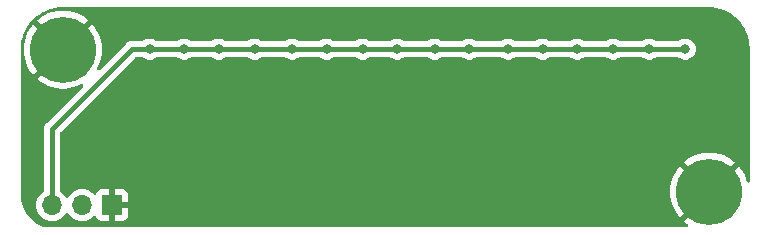
<source format=gbr>
%TF.GenerationSoftware,KiCad,Pcbnew,(7.99.0-267-g8440d7258b)*%
%TF.CreationDate,2023-05-05T19:34:04-07:00*%
%TF.ProjectId,1_2og_lightbar,315f326f-675f-46c6-9967-68746261722e,rev?*%
%TF.SameCoordinates,Original*%
%TF.FileFunction,Copper,L2,Bot*%
%TF.FilePolarity,Positive*%
%FSLAX46Y46*%
G04 Gerber Fmt 4.6, Leading zero omitted, Abs format (unit mm)*
G04 Created by KiCad (PCBNEW (7.99.0-267-g8440d7258b)) date 2023-05-05 19:34:04*
%MOMM*%
%LPD*%
G01*
G04 APERTURE LIST*
%TA.AperFunction,ComponentPad*%
%ADD10C,3.600000*%
%TD*%
%TA.AperFunction,ConnectorPad*%
%ADD11C,5.600000*%
%TD*%
%TA.AperFunction,ComponentPad*%
%ADD12R,1.700000X1.700000*%
%TD*%
%TA.AperFunction,ComponentPad*%
%ADD13O,1.700000X1.700000*%
%TD*%
%TA.AperFunction,ViaPad*%
%ADD14C,0.800000*%
%TD*%
%TA.AperFunction,Conductor*%
%ADD15C,0.381000*%
%TD*%
G04 APERTURE END LIST*
D10*
%TO.P,H2,1,1*%
%TO.N,GND*%
X77597000Y-32385000D03*
D11*
X77597000Y-32385000D03*
%TD*%
D12*
%TO.P,J1,1,Pin_1*%
%TO.N,GND*%
X27050999Y-33527999D03*
D13*
%TO.P,J1,2,Pin_2*%
%TO.N,LIGHTBAR_RGB_OUT*%
X24510999Y-33527999D03*
%TO.P,J1,3,Pin_3*%
%TO.N,+5V*%
X21970999Y-33527999D03*
%TD*%
D10*
%TO.P,H1,1,1*%
%TO.N,GND*%
X22879961Y-20362871D03*
D11*
X22879961Y-20362871D03*
%TD*%
D14*
%TO.N,+5V*%
X57277000Y-20320000D03*
X45212000Y-20320000D03*
X42291000Y-20320000D03*
X63500000Y-20320000D03*
X36068000Y-20320000D03*
X51181000Y-20320000D03*
X39116000Y-20320000D03*
X48260000Y-20320000D03*
X30226000Y-20320000D03*
X33147000Y-20320000D03*
X54356000Y-20320000D03*
X72517000Y-20320000D03*
X60579000Y-20320000D03*
X66421000Y-20320000D03*
X69469000Y-20320000D03*
X75565000Y-20320000D03*
%TO.N,GND*%
X56035000Y-21692000D03*
X67564000Y-25908000D03*
X43180000Y-25908000D03*
X68227000Y-21692000D03*
X49276000Y-25908000D03*
X77371000Y-21692000D03*
X64516000Y-25908000D03*
X40132000Y-25908000D03*
X52987000Y-21692000D03*
X62131000Y-21692000D03*
X70612000Y-25908000D03*
X37084000Y-25908000D03*
X58420000Y-25908000D03*
X46891000Y-21692000D03*
X43843000Y-21692000D03*
X37747000Y-21692000D03*
X76708000Y-25908000D03*
X49939000Y-21692000D03*
X40795000Y-21692000D03*
X31623000Y-21717000D03*
X30988000Y-25908000D03*
X65179000Y-21692000D03*
X61468000Y-25908000D03*
X71275000Y-21692000D03*
X55372000Y-25908000D03*
X74323000Y-21692000D03*
X46228000Y-25908000D03*
X34036000Y-25908000D03*
X34699000Y-21692000D03*
X59083000Y-21692000D03*
X73660000Y-25908000D03*
X52324000Y-25908000D03*
%TD*%
D15*
%TO.N,+5V*%
X21971000Y-27051000D02*
X21971000Y-33528000D01*
X66421000Y-20320000D02*
X69469000Y-20320000D01*
X39116000Y-20320000D02*
X42291000Y-20320000D01*
X30226000Y-20320000D02*
X28702000Y-20320000D01*
X63500000Y-20320000D02*
X66421000Y-20320000D01*
X28702000Y-20320000D02*
X21971000Y-27051000D01*
X36068000Y-20320000D02*
X39116000Y-20320000D01*
X60579000Y-20320000D02*
X63500000Y-20320000D01*
X51181000Y-20320000D02*
X54356000Y-20320000D01*
X54356000Y-20320000D02*
X57277000Y-20320000D01*
X42291000Y-20320000D02*
X45212000Y-20320000D01*
X33147000Y-20320000D02*
X36068000Y-20320000D01*
X69469000Y-20320000D02*
X72517000Y-20320000D01*
X48260000Y-20320000D02*
X51181000Y-20320000D01*
X72517000Y-20320000D02*
X75565000Y-20320000D01*
X57277000Y-20320000D02*
X60579000Y-20320000D01*
X30226000Y-20320000D02*
X33147000Y-20320000D01*
X45212000Y-20320000D02*
X48260000Y-20320000D01*
%TD*%
%TA.AperFunction,Conductor*%
%TO.N,GND*%
G36*
X77600032Y-16764648D02*
G01*
X77749447Y-16771989D01*
X77933466Y-16781633D01*
X77945133Y-16782801D01*
X78108636Y-16807054D01*
X78109669Y-16807213D01*
X78277572Y-16833807D01*
X78288263Y-16835988D01*
X78451273Y-16876819D01*
X78452922Y-16877246D01*
X78614599Y-16920567D01*
X78624237Y-16923578D01*
X78783374Y-16980518D01*
X78786013Y-16981497D01*
X78806242Y-16989262D01*
X78941042Y-17041007D01*
X78949610Y-17044672D01*
X79102905Y-17117176D01*
X79106182Y-17118785D01*
X79131363Y-17131615D01*
X79253602Y-17193898D01*
X79261027Y-17198009D01*
X79344219Y-17247872D01*
X79406767Y-17285362D01*
X79410553Y-17287725D01*
X79549020Y-17377646D01*
X79555348Y-17382040D01*
X79692018Y-17483403D01*
X79696128Y-17486588D01*
X79824328Y-17590403D01*
X79829533Y-17594863D01*
X79925265Y-17681629D01*
X79955651Y-17709169D01*
X79960059Y-17713366D01*
X80076632Y-17829939D01*
X80080829Y-17834347D01*
X80195131Y-17960460D01*
X80199601Y-17965677D01*
X80303400Y-18093858D01*
X80306607Y-18097994D01*
X80340416Y-18143580D01*
X80407955Y-18234646D01*
X80412352Y-18240978D01*
X80502273Y-18379445D01*
X80504636Y-18383231D01*
X80591978Y-18528951D01*
X80596105Y-18536406D01*
X80671213Y-18683816D01*
X80672822Y-18687093D01*
X80745326Y-18840388D01*
X80748996Y-18848968D01*
X80808501Y-19003985D01*
X80809488Y-19006647D01*
X80866414Y-19165743D01*
X80869438Y-19175424D01*
X80912708Y-19336909D01*
X80913217Y-19338874D01*
X80954006Y-19501715D01*
X80956195Y-19512446D01*
X80982771Y-19680242D01*
X80982956Y-19681445D01*
X81007195Y-19844846D01*
X81008367Y-19856552D01*
X81017989Y-20040170D01*
X81017886Y-20040175D01*
X81018011Y-20040574D01*
X81025351Y-20189967D01*
X81025500Y-20196052D01*
X81025500Y-31488086D01*
X81011575Y-31545177D01*
X80972929Y-31589446D01*
X80918240Y-31610951D01*
X80859791Y-31604861D01*
X80810710Y-31572545D01*
X80782020Y-31521259D01*
X80728850Y-31329758D01*
X80596398Y-30997329D01*
X80428781Y-30681170D01*
X80227968Y-30384995D01*
X80100557Y-30234995D01*
X80100556Y-30234994D01*
X77597000Y-32738553D01*
X75444255Y-34891295D01*
X75444256Y-34891296D01*
X75457485Y-34903828D01*
X75742363Y-35120386D01*
X75798646Y-35154250D01*
X75842988Y-35200057D01*
X75858710Y-35261843D01*
X75841654Y-35323274D01*
X75796329Y-35368110D01*
X75734717Y-35384500D01*
X21359651Y-35384500D01*
X21314178Y-35375861D01*
X21245260Y-35348695D01*
X21244673Y-35348462D01*
X21030484Y-35262770D01*
X21018783Y-35257367D01*
X20895310Y-35192369D01*
X20893684Y-35191498D01*
X20730590Y-35102519D01*
X20720613Y-35096450D01*
X20596590Y-35012754D01*
X20594064Y-35011003D01*
X20450886Y-34909126D01*
X20442651Y-34902727D01*
X20325433Y-34803448D01*
X20322200Y-34800612D01*
X20195021Y-34685083D01*
X20188433Y-34678635D01*
X20082063Y-34566494D01*
X20081431Y-34565827D01*
X20077749Y-34561768D01*
X19966273Y-34433212D01*
X19961239Y-34427014D01*
X19866701Y-34302630D01*
X19862758Y-34297138D01*
X19861613Y-34295448D01*
X19767606Y-34156660D01*
X19763983Y-34150984D01*
X19683551Y-34017050D01*
X19679660Y-34010071D01*
X19601655Y-33858897D01*
X19599228Y-33853925D01*
X19564247Y-33778000D01*
X19534176Y-33712730D01*
X19530632Y-33704218D01*
X19470516Y-33543219D01*
X19469090Y-33539189D01*
X19465349Y-33527999D01*
X20615340Y-33527999D01*
X20635936Y-33763407D01*
X20661523Y-33858897D01*
X20697097Y-33991663D01*
X20796965Y-34205830D01*
X20932505Y-34399401D01*
X21099599Y-34566495D01*
X21293170Y-34702035D01*
X21507337Y-34801903D01*
X21735592Y-34863063D01*
X21971000Y-34883659D01*
X22206408Y-34863063D01*
X22434663Y-34801903D01*
X22648830Y-34702035D01*
X22842401Y-34566495D01*
X23009495Y-34399401D01*
X23139426Y-34213839D01*
X23183743Y-34174975D01*
X23241000Y-34160964D01*
X23298257Y-34174975D01*
X23342573Y-34213839D01*
X23472505Y-34399401D01*
X23639599Y-34566495D01*
X23833170Y-34702035D01*
X24047337Y-34801903D01*
X24275592Y-34863063D01*
X24511000Y-34883659D01*
X24746408Y-34863063D01*
X24974663Y-34801903D01*
X25188830Y-34702035D01*
X25382401Y-34566495D01*
X25504717Y-34444178D01*
X25557460Y-34412885D01*
X25618752Y-34410696D01*
X25673597Y-34438149D01*
X25708577Y-34488528D01*
X25757647Y-34620088D01*
X25843811Y-34735188D01*
X25958910Y-34821352D01*
X26093624Y-34871597D01*
X26153176Y-34878000D01*
X26801000Y-34878000D01*
X26801000Y-33778000D01*
X27301000Y-33778000D01*
X27301000Y-34878000D01*
X27948824Y-34878000D01*
X28008375Y-34871597D01*
X28143089Y-34821352D01*
X28258188Y-34735188D01*
X28344352Y-34620089D01*
X28394597Y-34485375D01*
X28401000Y-34425824D01*
X28401000Y-33778000D01*
X27301000Y-33778000D01*
X26801000Y-33778000D01*
X26801000Y-32178000D01*
X27301000Y-32178000D01*
X27301000Y-33278000D01*
X28401000Y-33278000D01*
X28401000Y-32630176D01*
X28394597Y-32570624D01*
X28344352Y-32435910D01*
X28306240Y-32385000D01*
X74292152Y-32385000D01*
X74311525Y-32742310D01*
X74369419Y-33095451D01*
X74465149Y-33440241D01*
X74597601Y-33772670D01*
X74765218Y-34088829D01*
X74966031Y-34385004D01*
X75093441Y-34535003D01*
X75093442Y-34535004D01*
X77243447Y-32385001D01*
X77243447Y-32384999D01*
X75093442Y-30234994D01*
X75093441Y-30234995D01*
X74966030Y-30384995D01*
X74765218Y-30681170D01*
X74597601Y-30997329D01*
X74465149Y-31329758D01*
X74369419Y-31674548D01*
X74311525Y-32027689D01*
X74292152Y-32385000D01*
X28306240Y-32385000D01*
X28258188Y-32320811D01*
X28143089Y-32234647D01*
X28008375Y-32184402D01*
X27948824Y-32178000D01*
X27301000Y-32178000D01*
X26801000Y-32178000D01*
X26153176Y-32178000D01*
X26093624Y-32184402D01*
X25958910Y-32234647D01*
X25843811Y-32320811D01*
X25757646Y-32435913D01*
X25708576Y-32567472D01*
X25673597Y-32617850D01*
X25618753Y-32645303D01*
X25557460Y-32643114D01*
X25504714Y-32611818D01*
X25382404Y-32489508D01*
X25382403Y-32489507D01*
X25382401Y-32489505D01*
X25188830Y-32353965D01*
X24974663Y-32254097D01*
X24902074Y-32234647D01*
X24746407Y-32192936D01*
X24511000Y-32172340D01*
X24275592Y-32192936D01*
X24047336Y-32254097D01*
X23833170Y-32353965D01*
X23639598Y-32489505D01*
X23472505Y-32656598D01*
X23342575Y-32842159D01*
X23298257Y-32881025D01*
X23241000Y-32895036D01*
X23183743Y-32881025D01*
X23139425Y-32842159D01*
X23069510Y-32742310D01*
X23009495Y-32656599D01*
X22842401Y-32489505D01*
X22714876Y-32400211D01*
X22676011Y-32355894D01*
X22662000Y-32298637D01*
X22662000Y-29878703D01*
X75444255Y-29878703D01*
X77597000Y-32031447D01*
X77597001Y-32031447D01*
X79749743Y-29878703D01*
X79749742Y-29878702D01*
X79736514Y-29866171D01*
X79451636Y-29649613D01*
X79145015Y-29465126D01*
X78820253Y-29314875D01*
X78481140Y-29200614D01*
X78131664Y-29123689D01*
X77775922Y-29085000D01*
X77418078Y-29085000D01*
X77062335Y-29123689D01*
X76712859Y-29200614D01*
X76373746Y-29314875D01*
X76048984Y-29465126D01*
X75742363Y-29649613D01*
X75457486Y-29866170D01*
X75444256Y-29878702D01*
X75444255Y-29878703D01*
X22662000Y-29878703D01*
X22662000Y-27388584D01*
X22671439Y-27341131D01*
X22698319Y-27300903D01*
X28951903Y-21047319D01*
X28992131Y-21020439D01*
X29039584Y-21011000D01*
X29604768Y-21011000D01*
X29643086Y-21017069D01*
X29677652Y-21034681D01*
X29773270Y-21104151D01*
X29773271Y-21104151D01*
X29773272Y-21104152D01*
X29946197Y-21181144D01*
X30131352Y-21220500D01*
X30131354Y-21220500D01*
X30320646Y-21220500D01*
X30320648Y-21220500D01*
X30444083Y-21194262D01*
X30505803Y-21181144D01*
X30678730Y-21104151D01*
X30774347Y-21034681D01*
X30808914Y-21017069D01*
X30847232Y-21011000D01*
X32525768Y-21011000D01*
X32564086Y-21017069D01*
X32598652Y-21034681D01*
X32694270Y-21104151D01*
X32694271Y-21104151D01*
X32694272Y-21104152D01*
X32867197Y-21181144D01*
X33052352Y-21220500D01*
X33052354Y-21220500D01*
X33241646Y-21220500D01*
X33241648Y-21220500D01*
X33365083Y-21194262D01*
X33426803Y-21181144D01*
X33599730Y-21104151D01*
X33695347Y-21034681D01*
X33729914Y-21017069D01*
X33768232Y-21011000D01*
X35446768Y-21011000D01*
X35485086Y-21017069D01*
X35519652Y-21034681D01*
X35615270Y-21104151D01*
X35615271Y-21104151D01*
X35615272Y-21104152D01*
X35788197Y-21181144D01*
X35973352Y-21220500D01*
X35973354Y-21220500D01*
X36162646Y-21220500D01*
X36162648Y-21220500D01*
X36286084Y-21194262D01*
X36347803Y-21181144D01*
X36520730Y-21104151D01*
X36616347Y-21034681D01*
X36650914Y-21017069D01*
X36689232Y-21011000D01*
X38494768Y-21011000D01*
X38533086Y-21017069D01*
X38567652Y-21034681D01*
X38663270Y-21104151D01*
X38663271Y-21104151D01*
X38663272Y-21104152D01*
X38836197Y-21181144D01*
X39021352Y-21220500D01*
X39021354Y-21220500D01*
X39210646Y-21220500D01*
X39210648Y-21220500D01*
X39334084Y-21194262D01*
X39395803Y-21181144D01*
X39568730Y-21104151D01*
X39664347Y-21034681D01*
X39698914Y-21017069D01*
X39737232Y-21011000D01*
X41669768Y-21011000D01*
X41708086Y-21017069D01*
X41742652Y-21034681D01*
X41838270Y-21104151D01*
X41838271Y-21104151D01*
X41838272Y-21104152D01*
X42011197Y-21181144D01*
X42196352Y-21220500D01*
X42196354Y-21220500D01*
X42385646Y-21220500D01*
X42385648Y-21220500D01*
X42509084Y-21194262D01*
X42570803Y-21181144D01*
X42743730Y-21104151D01*
X42839347Y-21034681D01*
X42873914Y-21017069D01*
X42912232Y-21011000D01*
X44590768Y-21011000D01*
X44629086Y-21017069D01*
X44663652Y-21034681D01*
X44759270Y-21104151D01*
X44759271Y-21104151D01*
X44759272Y-21104152D01*
X44932197Y-21181144D01*
X45117352Y-21220500D01*
X45117354Y-21220500D01*
X45306646Y-21220500D01*
X45306648Y-21220500D01*
X45430084Y-21194262D01*
X45491803Y-21181144D01*
X45664730Y-21104151D01*
X45760347Y-21034681D01*
X45794914Y-21017069D01*
X45833232Y-21011000D01*
X47638768Y-21011000D01*
X47677086Y-21017069D01*
X47711652Y-21034681D01*
X47807270Y-21104151D01*
X47807271Y-21104151D01*
X47807272Y-21104152D01*
X47980197Y-21181144D01*
X48165352Y-21220500D01*
X48165354Y-21220500D01*
X48354646Y-21220500D01*
X48354648Y-21220500D01*
X48478084Y-21194262D01*
X48539803Y-21181144D01*
X48712730Y-21104151D01*
X48808347Y-21034681D01*
X48842914Y-21017069D01*
X48881232Y-21011000D01*
X50559768Y-21011000D01*
X50598086Y-21017069D01*
X50632652Y-21034681D01*
X50728270Y-21104151D01*
X50728271Y-21104151D01*
X50728272Y-21104152D01*
X50901197Y-21181144D01*
X51086352Y-21220500D01*
X51086354Y-21220500D01*
X51275646Y-21220500D01*
X51275648Y-21220500D01*
X51399084Y-21194262D01*
X51460803Y-21181144D01*
X51633730Y-21104151D01*
X51729347Y-21034681D01*
X51763914Y-21017069D01*
X51802232Y-21011000D01*
X53734768Y-21011000D01*
X53773086Y-21017069D01*
X53807652Y-21034681D01*
X53903270Y-21104151D01*
X53903271Y-21104151D01*
X53903272Y-21104152D01*
X54076197Y-21181144D01*
X54261352Y-21220500D01*
X54261354Y-21220500D01*
X54450646Y-21220500D01*
X54450648Y-21220500D01*
X54574084Y-21194262D01*
X54635803Y-21181144D01*
X54808730Y-21104151D01*
X54904347Y-21034681D01*
X54938914Y-21017069D01*
X54977232Y-21011000D01*
X56655768Y-21011000D01*
X56694086Y-21017069D01*
X56728652Y-21034681D01*
X56824270Y-21104151D01*
X56824271Y-21104151D01*
X56824272Y-21104152D01*
X56997197Y-21181144D01*
X57182352Y-21220500D01*
X57182354Y-21220500D01*
X57371646Y-21220500D01*
X57371648Y-21220500D01*
X57495084Y-21194262D01*
X57556803Y-21181144D01*
X57729730Y-21104151D01*
X57825347Y-21034681D01*
X57859914Y-21017069D01*
X57898232Y-21011000D01*
X59957768Y-21011000D01*
X59996086Y-21017069D01*
X60030652Y-21034681D01*
X60126270Y-21104151D01*
X60126271Y-21104151D01*
X60126272Y-21104152D01*
X60299197Y-21181144D01*
X60484352Y-21220500D01*
X60484354Y-21220500D01*
X60673646Y-21220500D01*
X60673648Y-21220500D01*
X60797084Y-21194262D01*
X60858803Y-21181144D01*
X61031730Y-21104151D01*
X61127347Y-21034681D01*
X61161914Y-21017069D01*
X61200232Y-21011000D01*
X62878768Y-21011000D01*
X62917086Y-21017069D01*
X62951652Y-21034681D01*
X63047270Y-21104151D01*
X63047271Y-21104151D01*
X63047272Y-21104152D01*
X63220197Y-21181144D01*
X63405352Y-21220500D01*
X63405354Y-21220500D01*
X63594646Y-21220500D01*
X63594648Y-21220500D01*
X63718084Y-21194262D01*
X63779803Y-21181144D01*
X63952730Y-21104151D01*
X64048347Y-21034681D01*
X64082914Y-21017069D01*
X64121232Y-21011000D01*
X65799768Y-21011000D01*
X65838086Y-21017069D01*
X65872652Y-21034681D01*
X65968270Y-21104151D01*
X65968271Y-21104151D01*
X65968272Y-21104152D01*
X66141197Y-21181144D01*
X66326352Y-21220500D01*
X66326354Y-21220500D01*
X66515646Y-21220500D01*
X66515648Y-21220500D01*
X66639084Y-21194262D01*
X66700803Y-21181144D01*
X66873730Y-21104151D01*
X66969347Y-21034681D01*
X67003914Y-21017069D01*
X67042232Y-21011000D01*
X68847768Y-21011000D01*
X68886086Y-21017069D01*
X68920652Y-21034681D01*
X69016270Y-21104151D01*
X69016271Y-21104151D01*
X69016272Y-21104152D01*
X69189197Y-21181144D01*
X69374352Y-21220500D01*
X69374354Y-21220500D01*
X69563646Y-21220500D01*
X69563648Y-21220500D01*
X69687084Y-21194262D01*
X69748803Y-21181144D01*
X69921730Y-21104151D01*
X70017347Y-21034681D01*
X70051914Y-21017069D01*
X70090232Y-21011000D01*
X71895768Y-21011000D01*
X71934086Y-21017069D01*
X71968652Y-21034681D01*
X72064270Y-21104151D01*
X72064271Y-21104151D01*
X72064272Y-21104152D01*
X72237197Y-21181144D01*
X72422352Y-21220500D01*
X72422354Y-21220500D01*
X72611646Y-21220500D01*
X72611648Y-21220500D01*
X72735084Y-21194262D01*
X72796803Y-21181144D01*
X72969730Y-21104151D01*
X73065347Y-21034681D01*
X73099914Y-21017069D01*
X73138232Y-21011000D01*
X74943768Y-21011000D01*
X74982086Y-21017069D01*
X75016652Y-21034681D01*
X75112270Y-21104151D01*
X75112271Y-21104151D01*
X75112272Y-21104152D01*
X75285197Y-21181144D01*
X75470352Y-21220500D01*
X75470354Y-21220500D01*
X75659646Y-21220500D01*
X75659648Y-21220500D01*
X75783084Y-21194262D01*
X75844803Y-21181144D01*
X76017730Y-21104151D01*
X76170871Y-20992888D01*
X76297533Y-20852216D01*
X76392179Y-20688284D01*
X76450674Y-20508256D01*
X76470460Y-20320000D01*
X76450674Y-20131744D01*
X76409674Y-20005560D01*
X76392179Y-19951715D01*
X76297533Y-19787783D01*
X76170870Y-19647110D01*
X76017730Y-19535848D01*
X75844802Y-19458855D01*
X75659648Y-19419500D01*
X75659646Y-19419500D01*
X75470354Y-19419500D01*
X75470352Y-19419500D01*
X75285197Y-19458855D01*
X75112272Y-19535847D01*
X75047511Y-19582898D01*
X75019703Y-19603103D01*
X75016654Y-19605318D01*
X74982086Y-19622931D01*
X74943768Y-19629000D01*
X73138232Y-19629000D01*
X73099914Y-19622931D01*
X73065346Y-19605318D01*
X73062297Y-19603103D01*
X72969730Y-19535849D01*
X72969729Y-19535848D01*
X72969727Y-19535847D01*
X72796802Y-19458855D01*
X72611648Y-19419500D01*
X72611646Y-19419500D01*
X72422354Y-19419500D01*
X72422352Y-19419500D01*
X72237197Y-19458855D01*
X72064272Y-19535847D01*
X71999511Y-19582898D01*
X71971703Y-19603103D01*
X71968654Y-19605318D01*
X71934086Y-19622931D01*
X71895768Y-19629000D01*
X70090232Y-19629000D01*
X70051914Y-19622931D01*
X70017346Y-19605318D01*
X70014297Y-19603103D01*
X69921730Y-19535849D01*
X69921729Y-19535848D01*
X69921727Y-19535847D01*
X69748802Y-19458855D01*
X69563648Y-19419500D01*
X69563646Y-19419500D01*
X69374354Y-19419500D01*
X69374352Y-19419500D01*
X69189197Y-19458855D01*
X69016272Y-19535847D01*
X68951511Y-19582898D01*
X68923703Y-19603103D01*
X68920654Y-19605318D01*
X68886086Y-19622931D01*
X68847768Y-19629000D01*
X67042232Y-19629000D01*
X67003914Y-19622931D01*
X66969346Y-19605318D01*
X66966297Y-19603103D01*
X66873730Y-19535849D01*
X66873729Y-19535848D01*
X66873727Y-19535847D01*
X66700802Y-19458855D01*
X66515648Y-19419500D01*
X66515646Y-19419500D01*
X66326354Y-19419500D01*
X66326352Y-19419500D01*
X66141197Y-19458855D01*
X65968272Y-19535847D01*
X65903511Y-19582898D01*
X65875703Y-19603103D01*
X65872654Y-19605318D01*
X65838086Y-19622931D01*
X65799768Y-19629000D01*
X64121232Y-19629000D01*
X64082914Y-19622931D01*
X64048346Y-19605318D01*
X64045297Y-19603103D01*
X63952730Y-19535849D01*
X63952729Y-19535848D01*
X63952727Y-19535847D01*
X63779802Y-19458855D01*
X63594648Y-19419500D01*
X63594646Y-19419500D01*
X63405354Y-19419500D01*
X63405352Y-19419500D01*
X63220197Y-19458855D01*
X63047272Y-19535847D01*
X62982511Y-19582898D01*
X62954703Y-19603103D01*
X62951654Y-19605318D01*
X62917086Y-19622931D01*
X62878768Y-19629000D01*
X61200232Y-19629000D01*
X61161914Y-19622931D01*
X61127346Y-19605318D01*
X61124297Y-19603103D01*
X61031730Y-19535849D01*
X61031729Y-19535848D01*
X61031727Y-19535847D01*
X60858802Y-19458855D01*
X60673648Y-19419500D01*
X60673646Y-19419500D01*
X60484354Y-19419500D01*
X60484352Y-19419500D01*
X60299197Y-19458855D01*
X60126272Y-19535847D01*
X60061511Y-19582898D01*
X60033703Y-19603103D01*
X60030654Y-19605318D01*
X59996086Y-19622931D01*
X59957768Y-19629000D01*
X57898232Y-19629000D01*
X57859914Y-19622931D01*
X57825346Y-19605318D01*
X57822297Y-19603103D01*
X57729730Y-19535849D01*
X57729729Y-19535848D01*
X57729727Y-19535847D01*
X57556802Y-19458855D01*
X57371648Y-19419500D01*
X57371646Y-19419500D01*
X57182354Y-19419500D01*
X57182352Y-19419500D01*
X56997197Y-19458855D01*
X56824272Y-19535847D01*
X56759511Y-19582898D01*
X56731703Y-19603103D01*
X56728654Y-19605318D01*
X56694086Y-19622931D01*
X56655768Y-19629000D01*
X54977232Y-19629000D01*
X54938914Y-19622931D01*
X54904346Y-19605318D01*
X54901297Y-19603103D01*
X54808730Y-19535849D01*
X54808729Y-19535848D01*
X54808727Y-19535847D01*
X54635802Y-19458855D01*
X54450648Y-19419500D01*
X54450646Y-19419500D01*
X54261354Y-19419500D01*
X54261352Y-19419500D01*
X54076197Y-19458855D01*
X53903272Y-19535847D01*
X53838511Y-19582898D01*
X53810703Y-19603103D01*
X53807654Y-19605318D01*
X53773086Y-19622931D01*
X53734768Y-19629000D01*
X51802232Y-19629000D01*
X51763914Y-19622931D01*
X51729346Y-19605318D01*
X51726297Y-19603103D01*
X51633730Y-19535849D01*
X51633729Y-19535848D01*
X51633727Y-19535847D01*
X51460802Y-19458855D01*
X51275648Y-19419500D01*
X51275646Y-19419500D01*
X51086354Y-19419500D01*
X51086352Y-19419500D01*
X50901197Y-19458855D01*
X50728272Y-19535847D01*
X50663511Y-19582898D01*
X50635703Y-19603103D01*
X50632654Y-19605318D01*
X50598086Y-19622931D01*
X50559768Y-19629000D01*
X48881232Y-19629000D01*
X48842914Y-19622931D01*
X48808346Y-19605318D01*
X48805297Y-19603103D01*
X48712730Y-19535849D01*
X48712729Y-19535848D01*
X48712727Y-19535847D01*
X48539802Y-19458855D01*
X48354648Y-19419500D01*
X48354646Y-19419500D01*
X48165354Y-19419500D01*
X48165352Y-19419500D01*
X47980197Y-19458855D01*
X47807272Y-19535847D01*
X47742511Y-19582898D01*
X47714703Y-19603103D01*
X47711654Y-19605318D01*
X47677086Y-19622931D01*
X47638768Y-19629000D01*
X45833232Y-19629000D01*
X45794914Y-19622931D01*
X45760346Y-19605318D01*
X45757297Y-19603103D01*
X45664730Y-19535849D01*
X45664729Y-19535848D01*
X45664727Y-19535847D01*
X45491802Y-19458855D01*
X45306648Y-19419500D01*
X45306646Y-19419500D01*
X45117354Y-19419500D01*
X45117352Y-19419500D01*
X44932197Y-19458855D01*
X44759272Y-19535847D01*
X44694511Y-19582898D01*
X44666703Y-19603103D01*
X44663654Y-19605318D01*
X44629086Y-19622931D01*
X44590768Y-19629000D01*
X42912232Y-19629000D01*
X42873914Y-19622931D01*
X42839346Y-19605318D01*
X42836297Y-19603103D01*
X42743730Y-19535849D01*
X42743729Y-19535848D01*
X42743727Y-19535847D01*
X42570802Y-19458855D01*
X42385648Y-19419500D01*
X42385646Y-19419500D01*
X42196354Y-19419500D01*
X42196352Y-19419500D01*
X42011197Y-19458855D01*
X41838272Y-19535847D01*
X41773511Y-19582898D01*
X41745703Y-19603103D01*
X41742654Y-19605318D01*
X41708086Y-19622931D01*
X41669768Y-19629000D01*
X39737232Y-19629000D01*
X39698914Y-19622931D01*
X39664346Y-19605318D01*
X39661297Y-19603103D01*
X39568730Y-19535849D01*
X39568729Y-19535848D01*
X39568727Y-19535847D01*
X39395802Y-19458855D01*
X39210648Y-19419500D01*
X39210646Y-19419500D01*
X39021354Y-19419500D01*
X39021352Y-19419500D01*
X38836197Y-19458855D01*
X38663272Y-19535847D01*
X38598511Y-19582898D01*
X38570703Y-19603103D01*
X38567654Y-19605318D01*
X38533086Y-19622931D01*
X38494768Y-19629000D01*
X36689232Y-19629000D01*
X36650914Y-19622931D01*
X36616346Y-19605318D01*
X36613297Y-19603103D01*
X36520730Y-19535849D01*
X36520729Y-19535848D01*
X36520727Y-19535847D01*
X36347802Y-19458855D01*
X36162648Y-19419500D01*
X36162646Y-19419500D01*
X35973354Y-19419500D01*
X35973352Y-19419500D01*
X35788197Y-19458855D01*
X35615272Y-19535847D01*
X35550511Y-19582898D01*
X35522703Y-19603103D01*
X35519654Y-19605318D01*
X35485086Y-19622931D01*
X35446768Y-19629000D01*
X33768232Y-19629000D01*
X33729914Y-19622931D01*
X33695346Y-19605318D01*
X33692297Y-19603103D01*
X33599730Y-19535849D01*
X33599729Y-19535848D01*
X33599727Y-19535847D01*
X33426802Y-19458855D01*
X33241648Y-19419500D01*
X33241646Y-19419500D01*
X33052354Y-19419500D01*
X33052352Y-19419500D01*
X32867197Y-19458855D01*
X32694272Y-19535847D01*
X32629511Y-19582898D01*
X32601703Y-19603103D01*
X32598654Y-19605318D01*
X32564086Y-19622931D01*
X32525768Y-19629000D01*
X30847232Y-19629000D01*
X30808914Y-19622931D01*
X30774346Y-19605318D01*
X30771297Y-19603103D01*
X30678730Y-19535849D01*
X30678729Y-19535848D01*
X30678727Y-19535847D01*
X30505802Y-19458855D01*
X30320648Y-19419500D01*
X30320646Y-19419500D01*
X30131354Y-19419500D01*
X30131352Y-19419500D01*
X29946197Y-19458855D01*
X29773272Y-19535847D01*
X29708511Y-19582898D01*
X29680703Y-19603103D01*
X29677654Y-19605318D01*
X29643086Y-19622931D01*
X29604768Y-19629000D01*
X28726625Y-19629000D01*
X28719138Y-19628774D01*
X28659969Y-19625194D01*
X28601668Y-19635878D01*
X28594268Y-19637004D01*
X28535417Y-19644151D01*
X28526203Y-19647645D01*
X28504604Y-19653666D01*
X28494916Y-19655441D01*
X28440865Y-19679768D01*
X28433956Y-19682630D01*
X28416684Y-19689181D01*
X28378515Y-19703657D01*
X28370415Y-19709248D01*
X28350876Y-19720268D01*
X28341897Y-19724309D01*
X28295237Y-19760863D01*
X28289211Y-19765297D01*
X28240418Y-19798979D01*
X28201105Y-19843352D01*
X28195973Y-19848803D01*
X25995488Y-22049288D01*
X25934463Y-22082708D01*
X25865046Y-22078001D01*
X25809091Y-22036648D01*
X25784216Y-21971670D01*
X25798252Y-21903524D01*
X25879359Y-21750541D01*
X26011811Y-21418112D01*
X26107541Y-21073322D01*
X26165435Y-20720181D01*
X26184808Y-20362870D01*
X26165435Y-20005560D01*
X26107541Y-19652419D01*
X26011811Y-19307629D01*
X25879359Y-18975200D01*
X25711742Y-18659041D01*
X25510929Y-18362866D01*
X25383518Y-18212866D01*
X25383517Y-18212865D01*
X22879961Y-20716424D01*
X20727216Y-22869166D01*
X20727217Y-22869167D01*
X20740446Y-22881699D01*
X21025324Y-23098257D01*
X21331945Y-23282744D01*
X21656707Y-23432995D01*
X21995820Y-23547256D01*
X22345296Y-23624181D01*
X22701039Y-23662871D01*
X23058883Y-23662871D01*
X23414625Y-23624181D01*
X23764101Y-23547256D01*
X24103210Y-23432997D01*
X24416975Y-23287833D01*
X24484450Y-23277333D01*
X24547251Y-23304147D01*
X24586335Y-23360143D01*
X24589847Y-23428339D01*
X24556723Y-23488053D01*
X21499804Y-26544972D01*
X21494352Y-26550104D01*
X21449980Y-26589415D01*
X21416298Y-26638212D01*
X21411861Y-26644243D01*
X21375312Y-26690894D01*
X21375312Y-26690895D01*
X21371269Y-26699875D01*
X21360252Y-26719409D01*
X21354656Y-26727515D01*
X21333632Y-26782950D01*
X21330768Y-26789864D01*
X21306441Y-26843917D01*
X21304666Y-26853604D01*
X21298645Y-26875203D01*
X21295153Y-26884413D01*
X21288006Y-26943266D01*
X21286879Y-26950668D01*
X21276195Y-27008971D01*
X21279774Y-27068139D01*
X21280000Y-27075626D01*
X21280000Y-32298637D01*
X21265989Y-32355894D01*
X21227123Y-32400212D01*
X21099598Y-32489505D01*
X20932505Y-32656598D01*
X20796965Y-32850170D01*
X20697097Y-33064336D01*
X20635936Y-33292592D01*
X20615340Y-33527999D01*
X19465349Y-33527999D01*
X19420384Y-33393507D01*
X19417503Y-33383508D01*
X19375988Y-33212650D01*
X19375327Y-33209774D01*
X19343608Y-33063522D01*
X19341674Y-33052011D01*
X19319525Y-32867327D01*
X19319366Y-32865912D01*
X19304791Y-32726935D01*
X19304118Y-32714087D01*
X19304032Y-32475892D01*
X19304336Y-32409608D01*
X19304500Y-32408803D01*
X19304500Y-32388731D01*
X19304723Y-32381299D01*
X19306634Y-32349464D01*
X19304500Y-32337753D01*
X19304500Y-20362870D01*
X19575113Y-20362870D01*
X19594486Y-20720181D01*
X19652380Y-21073322D01*
X19748110Y-21418112D01*
X19880562Y-21750541D01*
X20048179Y-22066700D01*
X20248992Y-22362875D01*
X20376402Y-22512874D01*
X20376403Y-22512875D01*
X22526408Y-20362872D01*
X22526408Y-20362870D01*
X20376403Y-18212865D01*
X20376402Y-18212866D01*
X20248991Y-18362866D01*
X20048179Y-18659041D01*
X19880562Y-18975200D01*
X19748110Y-19307629D01*
X19652380Y-19652419D01*
X19594486Y-20005560D01*
X19575113Y-20362870D01*
X19304500Y-20362870D01*
X19304500Y-20323051D01*
X19304649Y-20316967D01*
X19311997Y-20167381D01*
X19322308Y-19970655D01*
X19323475Y-19958997D01*
X19348408Y-19790914D01*
X19348465Y-19790542D01*
X19376458Y-19613801D01*
X19378633Y-19603137D01*
X19420702Y-19435191D01*
X19421163Y-19433412D01*
X19466469Y-19264327D01*
X19469489Y-19254663D01*
X19528275Y-19090367D01*
X19529237Y-19087767D01*
X19591413Y-18925793D01*
X19595077Y-18917229D01*
X19612226Y-18880970D01*
X19670045Y-18758721D01*
X19671562Y-18755631D01*
X19750031Y-18601629D01*
X19754109Y-18594263D01*
X19844473Y-18443500D01*
X19846766Y-18439826D01*
X19940634Y-18295282D01*
X19945000Y-18288996D01*
X20049823Y-18147658D01*
X20052984Y-18143580D01*
X20161330Y-18009783D01*
X20165748Y-18004628D01*
X20284021Y-17874134D01*
X20288138Y-17869810D01*
X20301374Y-17856574D01*
X20727216Y-17856574D01*
X22879961Y-20009318D01*
X22879962Y-20009318D01*
X25032704Y-17856574D01*
X25032703Y-17856573D01*
X25019475Y-17844042D01*
X24734597Y-17627484D01*
X24427976Y-17442997D01*
X24103214Y-17292746D01*
X23764101Y-17178485D01*
X23414625Y-17101560D01*
X23058883Y-17062871D01*
X22701039Y-17062871D01*
X22345296Y-17101560D01*
X21995820Y-17178485D01*
X21656707Y-17292746D01*
X21331945Y-17442997D01*
X21025324Y-17627484D01*
X20740447Y-17844041D01*
X20727217Y-17856573D01*
X20727216Y-17856574D01*
X20301374Y-17856574D01*
X20409810Y-17748138D01*
X20414134Y-17744021D01*
X20544628Y-17625748D01*
X20549783Y-17621330D01*
X20683580Y-17512984D01*
X20687658Y-17509823D01*
X20828996Y-17405000D01*
X20835282Y-17400634D01*
X20979826Y-17306766D01*
X20983500Y-17304473D01*
X21134263Y-17214109D01*
X21141629Y-17210031D01*
X21295631Y-17131562D01*
X21298721Y-17130045D01*
X21457229Y-17055077D01*
X21465793Y-17051413D01*
X21627767Y-16989237D01*
X21630367Y-16988275D01*
X21794663Y-16929489D01*
X21804327Y-16926469D01*
X21973412Y-16881163D01*
X21975191Y-16880702D01*
X22143137Y-16838633D01*
X22153801Y-16836458D01*
X22330542Y-16808465D01*
X22330914Y-16808408D01*
X22498997Y-16783475D01*
X22510653Y-16782308D01*
X22707411Y-16771996D01*
X22853411Y-16764823D01*
X22856968Y-16764649D01*
X22863051Y-16764500D01*
X77593949Y-16764500D01*
X77600032Y-16764648D01*
G37*
%TD.AperFunction*%
%TD*%
M02*

</source>
